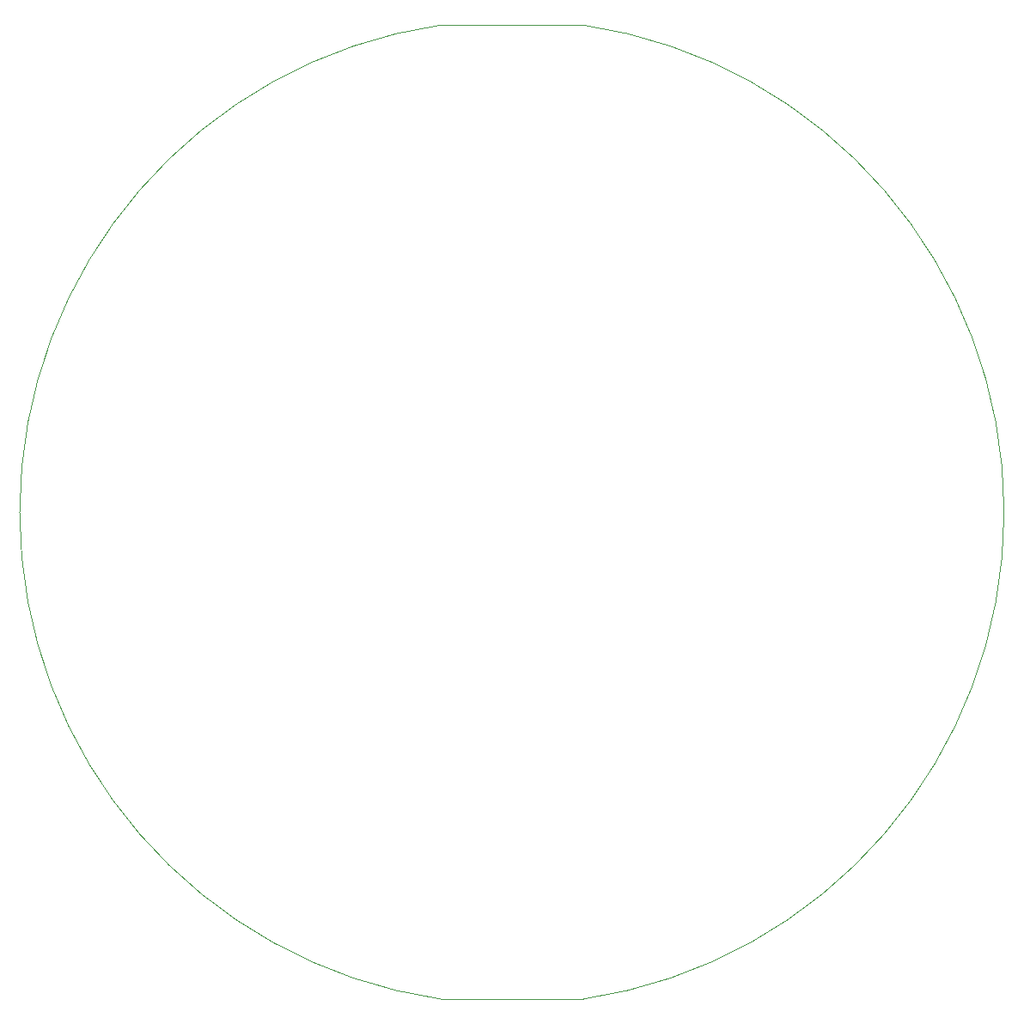
<source format=gbr>
%TF.GenerationSoftware,KiCad,Pcbnew,(5.1.9-0-10_14)*%
%TF.CreationDate,2021-05-05T23:39:55+02:00*%
%TF.ProjectId,clockclock,636c6f63-6b63-46c6-9f63-6b2e6b696361,rev?*%
%TF.SameCoordinates,Original*%
%TF.FileFunction,Profile,NP*%
%FSLAX46Y46*%
G04 Gerber Fmt 4.6, Leading zero omitted, Abs format (unit mm)*
G04 Created by KiCad (PCBNEW (5.1.9-0-10_14)) date 2021-05-05 23:39:55*
%MOMM*%
%LPD*%
G01*
G04 APERTURE LIST*
%TA.AperFunction,Profile*%
%ADD10C,0.100000*%
%TD*%
G04 APERTURE END LIST*
D10*
X7000000Y48000000D02*
G75*
G02*
X7000000Y-48000000I-7000000J-48000000D01*
G01*
X-7000000Y-48000000D02*
G75*
G02*
X-7000000Y48000000I7000000J48000000D01*
G01*
X-7000000Y-48000000D02*
X7000000Y-48000000D01*
X-7000000Y48000000D02*
X7000000Y48000000D01*
M02*

</source>
